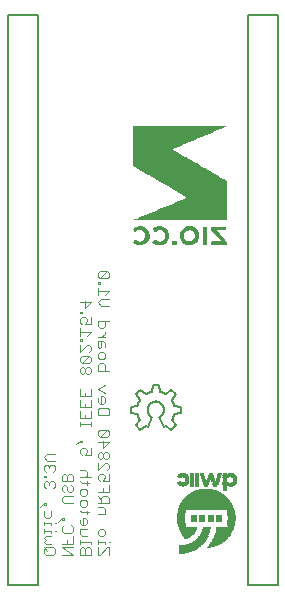
<source format=gbr>
G04 EAGLE Gerber RS-274X export*
G75*
%MOMM*%
%FSLAX34Y34*%
%LPD*%
%INSilkscreen Bottom*%
%IPPOS*%
%AMOC8*
5,1,8,0,0,1.08239X$1,22.5*%
G01*
%ADD10C,0.101600*%
%ADD11R,0.120000X0.020000*%
%ADD12R,0.340000X0.020000*%
%ADD13R,0.320000X0.020000*%
%ADD14R,0.140000X0.020000*%
%ADD15R,0.280000X0.020000*%
%ADD16R,0.360000X0.020000*%
%ADD17R,0.420000X0.020000*%
%ADD18R,0.380000X0.020000*%
%ADD19R,0.480000X0.020000*%
%ADD20R,0.540000X0.020000*%
%ADD21R,0.560000X0.020000*%
%ADD22R,0.400000X0.020000*%
%ADD23R,0.640000X0.020000*%
%ADD24R,0.620000X0.020000*%
%ADD25R,0.700000X0.020000*%
%ADD26R,0.660000X0.020000*%
%ADD27R,0.740000X0.020000*%
%ADD28R,1.080000X0.020000*%
%ADD29R,0.800000X0.020000*%
%ADD30R,1.100000X0.020000*%
%ADD31R,0.440000X0.020000*%
%ADD32R,0.840000X0.020000*%
%ADD33R,1.120000X0.020000*%
%ADD34R,0.460000X0.020000*%
%ADD35R,0.860000X0.020000*%
%ADD36R,0.900000X0.020000*%
%ADD37R,1.140000X0.020000*%
%ADD38R,0.920000X0.020000*%
%ADD39R,1.160000X0.020000*%
%ADD40R,0.960000X0.020000*%
%ADD41R,0.500000X0.020000*%
%ADD42R,0.520000X0.020000*%
%ADD43R,0.940000X0.020000*%
%ADD44R,0.260000X0.020000*%
%ADD45R,0.180000X0.020000*%
%ADD46R,0.580000X0.020000*%
%ADD47R,0.060000X0.020000*%
%ADD48R,0.600000X0.020000*%
%ADD49R,0.300000X0.020000*%
%ADD50R,0.040000X0.020000*%
%ADD51R,0.100000X0.020000*%
%ADD52R,0.160000X0.020000*%
%ADD53R,0.220000X0.020000*%
%ADD54R,0.980000X0.020000*%
%ADD55R,0.880000X0.020000*%
%ADD56R,0.760000X0.020000*%
%ADD57R,1.060000X0.020000*%
%ADD58R,0.720000X0.020000*%
%ADD59R,0.820000X0.020000*%
%ADD60R,1.180000X0.020000*%
%ADD61R,1.340000X0.020000*%
%ADD62R,1.460000X0.020000*%
%ADD63R,1.600000X0.020000*%
%ADD64R,1.700000X0.020000*%
%ADD65R,1.820000X0.020000*%
%ADD66R,1.900000X0.020000*%
%ADD67R,1.980000X0.020000*%
%ADD68R,2.100000X0.020000*%
%ADD69R,2.160000X0.020000*%
%ADD70R,2.260000X0.020000*%
%ADD71R,2.340000X0.020000*%
%ADD72R,2.400000X0.020000*%
%ADD73R,2.480000X0.020000*%
%ADD74R,2.540000X0.020000*%
%ADD75R,2.600000X0.020000*%
%ADD76R,2.680000X0.020000*%
%ADD77R,2.720000X0.020000*%
%ADD78R,2.800000X0.020000*%
%ADD79R,2.840000X0.020000*%
%ADD80R,2.900000X0.020000*%
%ADD81R,2.960000X0.020000*%
%ADD82R,3.000000X0.020000*%
%ADD83R,3.060000X0.020000*%
%ADD84R,3.120000X0.020000*%
%ADD85R,3.160000X0.020000*%
%ADD86R,3.200000X0.020000*%
%ADD87R,3.260000X0.020000*%
%ADD88R,3.300000X0.020000*%
%ADD89R,3.340000X0.020000*%
%ADD90R,3.380000X0.020000*%
%ADD91R,3.420000X0.020000*%
%ADD92R,3.460000X0.020000*%
%ADD93R,3.520000X0.020000*%
%ADD94R,3.540000X0.020000*%
%ADD95R,3.580000X0.020000*%
%ADD96R,3.620000X0.020000*%
%ADD97R,3.660000X0.020000*%
%ADD98R,3.700000X0.020000*%
%ADD99R,3.740000X0.020000*%
%ADD100R,3.780000X0.020000*%
%ADD101R,3.800000X0.020000*%
%ADD102R,3.840000X0.020000*%
%ADD103R,3.860000X0.020000*%
%ADD104R,3.900000X0.020000*%
%ADD105R,3.940000X0.020000*%
%ADD106R,3.960000X0.020000*%
%ADD107R,3.980000X0.020000*%
%ADD108R,4.020000X0.020000*%
%ADD109R,4.060000X0.020000*%
%ADD110R,4.080000X0.020000*%
%ADD111R,4.100000X0.020000*%
%ADD112R,4.120000X0.020000*%
%ADD113R,4.160000X0.020000*%
%ADD114R,4.180000X0.020000*%
%ADD115R,4.200000X0.020000*%
%ADD116R,4.240000X0.020000*%
%ADD117R,4.260000X0.020000*%
%ADD118R,4.280000X0.020000*%
%ADD119R,4.300000X0.020000*%
%ADD120R,4.320000X0.020000*%
%ADD121R,4.340000X0.020000*%
%ADD122R,4.380000X0.020000*%
%ADD123R,4.400000X0.020000*%
%ADD124R,4.440000X0.020000*%
%ADD125R,4.460000X0.020000*%
%ADD126R,4.500000X0.020000*%
%ADD127R,4.520000X0.020000*%
%ADD128R,4.540000X0.020000*%
%ADD129R,4.560000X0.020000*%
%ADD130R,4.580000X0.020000*%
%ADD131R,4.600000X0.020000*%
%ADD132R,4.620000X0.020000*%
%ADD133R,4.640000X0.020000*%
%ADD134R,4.660000X0.020000*%
%ADD135R,4.680000X0.020000*%
%ADD136R,4.700000X0.020000*%
%ADD137R,4.720000X0.020000*%
%ADD138R,4.740000X0.020000*%
%ADD139R,0.680000X0.020000*%
%ADD140R,1.480000X0.020000*%
%ADD141R,1.580000X0.020000*%
%ADD142R,1.560000X0.020000*%
%ADD143R,1.540000X0.020000*%
%ADD144R,1.520000X0.020000*%
%ADD145R,1.500000X0.020000*%
%ADD146R,1.440000X0.020000*%
%ADD147R,1.400000X0.020000*%
%ADD148R,1.420000X0.020000*%
%ADD149R,1.380000X0.020000*%
%ADD150R,1.360000X0.020000*%
%ADD151R,1.320000X0.020000*%
%ADD152R,1.300000X0.020000*%
%ADD153R,1.260000X0.020000*%
%ADD154R,1.220000X0.020000*%
%ADD155R,1.200000X0.020000*%
%ADD156R,1.040000X0.020000*%
%ADD157R,1.020000X0.020000*%
%ADD158R,1.000000X0.020000*%
%ADD159R,1.280000X0.020000*%
%ADD160R,0.780000X0.020000*%
%ADD161R,1.240000X0.020000*%
%ADD162R,0.020000X0.020000*%
%ADD163R,1.840000X0.020000*%
%ADD164R,1.800000X0.020000*%
%ADD165R,1.780000X0.020000*%
%ADD166R,1.760000X0.020000*%
%ADD167R,1.740000X0.020000*%
%ADD168R,1.680000X0.020000*%
%ADD169R,1.660000X0.020000*%
%ADD170R,1.620000X0.020000*%
%ADD171C,0.152400*%
%ADD172C,0.127000*%

G36*
X188911Y352446D02*
X188911Y352446D01*
X188910Y352446D01*
X188911Y352447D01*
X188908Y354837D01*
X188903Y357224D01*
X188900Y359613D01*
X188895Y362003D01*
X188892Y364390D01*
X188887Y366779D01*
X188884Y369166D01*
X188884Y369169D01*
X188879Y371556D01*
X188876Y373946D01*
X188874Y376333D01*
X188868Y378722D01*
X188866Y381109D01*
X188860Y383499D01*
X188858Y385886D01*
X188853Y385892D01*
X188852Y385896D01*
X186550Y387230D01*
X184248Y388563D01*
X181949Y389897D01*
X177346Y392564D01*
X175047Y393897D01*
X170444Y396564D01*
X168145Y397898D01*
X165843Y399231D01*
X163536Y400570D01*
X161230Y401906D01*
X158925Y403242D01*
X156618Y404581D01*
X154311Y405920D01*
X152007Y407256D01*
X149700Y408595D01*
X147396Y409934D01*
X145089Y411275D01*
X142808Y412608D01*
X145202Y413644D01*
X147627Y414673D01*
X150051Y415700D01*
X152478Y416724D01*
X154905Y417745D01*
X157332Y418767D01*
X159759Y419786D01*
X162188Y420807D01*
X164615Y421823D01*
X166922Y422791D01*
X169226Y423760D01*
X171533Y424725D01*
X173838Y425693D01*
X176145Y426659D01*
X178449Y427627D01*
X180756Y428595D01*
X183060Y429563D01*
X185367Y430531D01*
X187671Y431499D01*
X187672Y431499D01*
X188850Y432001D01*
X188853Y432006D01*
X188857Y432010D01*
X188856Y432012D01*
X188857Y432015D01*
X188850Y432018D01*
X188846Y432024D01*
X183544Y432024D01*
X180893Y432026D01*
X157036Y432026D01*
X154385Y432029D01*
X133183Y432029D01*
X130532Y432032D01*
X109326Y432032D01*
X109315Y432021D01*
X109315Y432020D01*
X109314Y432020D01*
X109317Y429627D01*
X109322Y427232D01*
X109325Y424840D01*
X109330Y422445D01*
X109333Y420053D01*
X109336Y417658D01*
X109341Y415263D01*
X109344Y412871D01*
X109349Y410476D01*
X109352Y408083D01*
X109357Y405688D01*
X109360Y403296D01*
X109365Y400901D01*
X109368Y398506D01*
X109373Y398500D01*
X109374Y398496D01*
X111670Y397168D01*
X113964Y395837D01*
X116260Y394509D01*
X118556Y393178D01*
X120850Y391847D01*
X123146Y390519D01*
X125440Y389188D01*
X127736Y387857D01*
X130032Y386529D01*
X132326Y385198D01*
X139231Y381198D01*
X141532Y379861D01*
X146136Y377194D01*
X148435Y375858D01*
X150736Y374525D01*
X153035Y373186D01*
X155314Y371859D01*
X152890Y370804D01*
X150434Y369762D01*
X147980Y368724D01*
X145524Y367687D01*
X143065Y366652D01*
X140606Y365617D01*
X138147Y364585D01*
X135688Y363553D01*
X133383Y362587D01*
X131076Y361619D01*
X128770Y360651D01*
X126463Y359686D01*
X124158Y358718D01*
X121851Y357749D01*
X119544Y356784D01*
X117240Y355816D01*
X114933Y354848D01*
X112629Y353880D01*
X110949Y353173D01*
X109268Y352466D01*
X109266Y352461D01*
X109261Y352457D01*
X109263Y352455D01*
X109262Y352452D01*
X109268Y352449D01*
X109273Y352443D01*
X114580Y352443D01*
X117234Y352440D01*
X151740Y352440D01*
X154393Y352438D01*
X186245Y352438D01*
X188899Y352435D01*
X188911Y352446D01*
G37*
G36*
X157696Y331294D02*
X157696Y331294D01*
X159085Y331363D01*
X159087Y331365D01*
X159088Y331364D01*
X161273Y332113D01*
X161274Y332115D01*
X161276Y332115D01*
X163175Y333424D01*
X163175Y333426D01*
X163177Y333426D01*
X164633Y335216D01*
X164633Y335218D01*
X164635Y335219D01*
X165507Y337353D01*
X165506Y337355D01*
X165508Y337356D01*
X165689Y339375D01*
X165688Y339376D01*
X165689Y339377D01*
X165460Y341388D01*
X165458Y341390D01*
X165459Y341392D01*
X164432Y343688D01*
X164430Y343689D01*
X164430Y343691D01*
X162774Y345585D01*
X162772Y345585D01*
X162771Y345587D01*
X161240Y346526D01*
X161239Y346526D01*
X161239Y346527D01*
X159569Y347196D01*
X159567Y347195D01*
X159566Y347197D01*
X157696Y347368D01*
X157382Y347397D01*
X157380Y347396D01*
X157379Y347397D01*
X155192Y347205D01*
X155191Y347203D01*
X155189Y347204D01*
X153311Y346439D01*
X153311Y346437D01*
X153309Y346438D01*
X151629Y345307D01*
X151628Y345305D01*
X151627Y345305D01*
X150202Y343616D01*
X150202Y343614D01*
X150200Y343613D01*
X149334Y341584D01*
X149334Y341582D01*
X149333Y341580D01*
X149069Y339386D01*
X149070Y339384D01*
X149069Y339383D01*
X149210Y337570D01*
X149212Y337568D01*
X149211Y337566D01*
X149835Y335860D01*
X149837Y335859D01*
X149836Y335857D01*
X151103Y333937D01*
X151105Y333936D01*
X151105Y333934D01*
X152865Y332457D01*
X152868Y332457D01*
X152868Y332455D01*
X154978Y331532D01*
X154980Y331533D01*
X154981Y331531D01*
X157024Y331259D01*
X157025Y331260D01*
X157026Y331259D01*
X157696Y331294D01*
G37*
G36*
X188911Y331542D02*
X188911Y331542D01*
X188910Y331542D01*
X188911Y331543D01*
X188906Y332850D01*
X188900Y334157D01*
X188897Y334161D01*
X188897Y334165D01*
X187471Y335818D01*
X184617Y339125D01*
X183190Y340779D01*
X180353Y344066D01*
X182389Y344079D01*
X184453Y344093D01*
X186515Y344106D01*
X188579Y344122D01*
X188591Y344133D01*
X188590Y344133D01*
X188591Y344134D01*
X188591Y347116D01*
X188580Y347128D01*
X188580Y347127D01*
X188579Y347128D01*
X175777Y347128D01*
X175766Y347117D01*
X175766Y347116D01*
X175765Y347116D01*
X175765Y344606D01*
X175769Y344602D01*
X175768Y344598D01*
X177206Y342929D01*
X178643Y341259D01*
X180078Y339587D01*
X181516Y337917D01*
X182951Y336248D01*
X184371Y334595D01*
X183734Y334587D01*
X183732Y334587D01*
X182775Y334575D01*
X182773Y334575D01*
X182255Y334569D01*
X181816Y334563D01*
X181814Y334563D01*
X180857Y334551D01*
X180855Y334551D01*
X180854Y334551D01*
X180114Y334542D01*
X179898Y334539D01*
X179896Y334539D01*
X178940Y334527D01*
X178938Y334527D01*
X177982Y334516D01*
X177980Y334516D01*
X177980Y334515D01*
X177972Y334515D01*
X177023Y334504D01*
X177021Y334504D01*
X176064Y334492D01*
X176062Y334492D01*
X175831Y334489D01*
X175819Y334478D01*
X175819Y334477D01*
X175789Y333010D01*
X175760Y331543D01*
X175770Y331531D01*
X175771Y331532D01*
X175772Y331531D01*
X188899Y331531D01*
X188911Y331542D01*
G37*
G36*
X133874Y331374D02*
X133874Y331374D01*
X133876Y331376D01*
X133878Y331375D01*
X136198Y332233D01*
X136199Y332236D01*
X136201Y332235D01*
X138143Y333766D01*
X138143Y333768D01*
X138145Y333769D01*
X139516Y335828D01*
X139516Y335830D01*
X139517Y335830D01*
X140080Y337505D01*
X140080Y337506D01*
X140079Y337507D01*
X140081Y337508D01*
X140209Y339277D01*
X140208Y339278D01*
X140209Y339278D01*
X140054Y341207D01*
X140052Y341208D01*
X140053Y341210D01*
X139368Y343015D01*
X139366Y343016D01*
X139367Y343018D01*
X138223Y344781D01*
X138220Y344781D01*
X138220Y344783D01*
X136623Y346146D01*
X136621Y346146D01*
X136620Y346148D01*
X134716Y347039D01*
X134714Y347038D01*
X134714Y347039D01*
X133375Y347365D01*
X133373Y347364D01*
X133372Y347365D01*
X133143Y347368D01*
X133141Y347368D01*
X132261Y347380D01*
X132259Y347380D01*
X131993Y347384D01*
X131993Y347383D01*
X131993Y347384D01*
X131841Y347380D01*
X131840Y347380D01*
X131338Y347368D01*
X131337Y347368D01*
X130835Y347356D01*
X130833Y347356D01*
X130643Y347352D01*
X130642Y347351D01*
X130641Y347351D01*
X129324Y347085D01*
X129323Y347084D01*
X129322Y347084D01*
X127844Y346495D01*
X127843Y346493D01*
X127842Y346494D01*
X126525Y345605D01*
X126524Y345602D01*
X126521Y345602D01*
X126041Y344836D01*
X126043Y344827D01*
X126042Y344822D01*
X127031Y343660D01*
X127032Y343659D01*
X128056Y342523D01*
X128062Y342522D01*
X128063Y342521D01*
X128068Y342521D01*
X128068Y342522D01*
X128072Y342521D01*
X128072Y342522D01*
X128663Y342956D01*
X130389Y343938D01*
X132350Y344199D01*
X133783Y343901D01*
X135009Y343104D01*
X136207Y341385D01*
X136616Y339331D01*
X136207Y337274D01*
X135009Y335558D01*
X133773Y334757D01*
X132326Y334460D01*
X130357Y334691D01*
X128639Y335698D01*
X127947Y336238D01*
X127931Y336237D01*
X126837Y335152D01*
X125747Y334064D01*
X125746Y334060D01*
X125746Y334059D01*
X125746Y334048D01*
X125747Y334048D01*
X125747Y334047D01*
X126251Y333530D01*
X126252Y333530D01*
X126252Y333529D01*
X127465Y332550D01*
X127467Y332550D01*
X127467Y332549D01*
X128832Y331794D01*
X128835Y331795D01*
X128836Y331793D01*
X131327Y331265D01*
X131328Y331266D01*
X131330Y331264D01*
X133874Y331374D01*
G37*
G36*
X116848Y331288D02*
X116848Y331288D01*
X116849Y331290D01*
X116851Y331289D01*
X119195Y332006D01*
X119196Y332008D01*
X119198Y332008D01*
X121279Y333437D01*
X121279Y333440D01*
X121281Y333440D01*
X122786Y335464D01*
X122785Y335467D01*
X122787Y335468D01*
X123590Y337863D01*
X123589Y337865D01*
X123591Y337866D01*
X123647Y340389D01*
X123645Y340391D01*
X123646Y340391D01*
X123645Y340391D01*
X123646Y340393D01*
X122940Y342817D01*
X122937Y342819D01*
X122938Y342821D01*
X121511Y344901D01*
X121509Y344901D01*
X121509Y344903D01*
X119604Y346413D01*
X119602Y346413D01*
X119601Y346415D01*
X117324Y347260D01*
X117321Y347259D01*
X117320Y347261D01*
X114893Y347418D01*
X114892Y347417D01*
X114890Y347418D01*
X112290Y346922D01*
X112288Y346920D01*
X112286Y346921D01*
X109987Y345611D01*
X109986Y345608D01*
X109984Y345608D01*
X109450Y344896D01*
X109451Y344884D01*
X109451Y344881D01*
X110467Y343686D01*
X111515Y342523D01*
X111531Y342521D01*
X112235Y343028D01*
X113619Y343856D01*
X115192Y344199D01*
X117139Y343949D01*
X118753Y342835D01*
X119921Y340634D01*
X119942Y338139D01*
X118822Y335912D01*
X117312Y334797D01*
X115466Y334438D01*
X113659Y334752D01*
X112080Y335700D01*
X111393Y336228D01*
X111377Y336227D01*
X110347Y335195D01*
X110347Y335194D01*
X109317Y334045D01*
X109317Y334029D01*
X109318Y334029D01*
X109318Y334028D01*
X111025Y332462D01*
X111028Y332462D01*
X111028Y332460D01*
X112855Y331628D01*
X112857Y331629D01*
X112858Y331627D01*
X114834Y331249D01*
X114836Y331250D01*
X114837Y331248D01*
X116848Y331288D01*
G37*
%LPC*%
G36*
X158247Y334565D02*
X158247Y334565D01*
X157869Y334577D01*
X157695Y334582D01*
X157459Y334590D01*
X157087Y334602D01*
X157086Y334602D01*
X156714Y334614D01*
X156342Y334625D01*
X156341Y334625D01*
X155970Y334637D01*
X155969Y334637D01*
X155952Y334638D01*
X153787Y336077D01*
X152810Y338078D01*
X152765Y340302D01*
X153659Y342337D01*
X155367Y343760D01*
X157383Y344226D01*
X157693Y344160D01*
X159410Y343790D01*
X161032Y342505D01*
X161996Y340331D01*
X161897Y337955D01*
X160732Y335886D01*
X158537Y334556D01*
X158247Y334565D01*
G37*
%LPD*%
G36*
X172378Y331542D02*
X172378Y331542D01*
X172377Y331542D01*
X172378Y331543D01*
X172378Y347116D01*
X172368Y347128D01*
X172367Y347127D01*
X172366Y347128D01*
X168952Y347128D01*
X168941Y347117D01*
X168941Y347116D01*
X168941Y331543D01*
X168951Y331531D01*
X168952Y331532D01*
X168952Y331531D01*
X172366Y331531D01*
X172378Y331542D01*
G37*
G36*
X146458Y331542D02*
X146458Y331542D01*
X146457Y331542D01*
X146458Y331543D01*
X146458Y335064D01*
X146447Y335075D01*
X146446Y335075D01*
X142819Y335075D01*
X142807Y335065D01*
X142807Y335064D01*
X142807Y331543D01*
X142817Y331531D01*
X142818Y331532D01*
X142819Y331531D01*
X146446Y331531D01*
X146458Y331542D01*
G37*
D10*
X88908Y69342D02*
X88908Y75443D01*
X87383Y75443D01*
X81281Y69342D01*
X79756Y69342D01*
X79756Y75443D01*
X85857Y78697D02*
X85857Y80222D01*
X79756Y80222D01*
X79756Y78697D02*
X79756Y81748D01*
X88908Y80222D02*
X90433Y80222D01*
X79756Y86459D02*
X79756Y89510D01*
X81281Y91035D01*
X84332Y91035D01*
X85857Y89510D01*
X85857Y86459D01*
X84332Y84934D01*
X81281Y84934D01*
X79756Y86459D01*
X79756Y103644D02*
X85857Y103644D01*
X85857Y108220D01*
X84332Y109746D01*
X79756Y109746D01*
X79756Y113000D02*
X88908Y113000D01*
X88908Y117575D01*
X87383Y119101D01*
X84332Y119101D01*
X82807Y117575D01*
X82807Y113000D01*
X82807Y116050D02*
X79756Y119101D01*
X79756Y122355D02*
X88908Y122355D01*
X88908Y128456D01*
X84332Y125405D02*
X84332Y122355D01*
X88908Y131710D02*
X88908Y137811D01*
X88908Y131710D02*
X84332Y131710D01*
X85857Y134761D01*
X85857Y136286D01*
X84332Y137811D01*
X81281Y137811D01*
X79756Y136286D01*
X79756Y133235D01*
X81281Y131710D01*
X79756Y141065D02*
X79756Y147166D01*
X79756Y141065D02*
X85857Y147166D01*
X87383Y147166D01*
X88908Y145641D01*
X88908Y142590D01*
X87383Y141065D01*
X87383Y150420D02*
X88908Y151946D01*
X88908Y154996D01*
X87383Y156521D01*
X85857Y156521D01*
X84332Y154996D01*
X82807Y156521D01*
X81281Y156521D01*
X79756Y154996D01*
X79756Y151946D01*
X81281Y150420D01*
X82807Y150420D01*
X84332Y151946D01*
X85857Y150420D01*
X87383Y150420D01*
X84332Y151946D02*
X84332Y154996D01*
X79756Y164351D02*
X88908Y164351D01*
X84332Y159775D01*
X84332Y165877D01*
X81281Y169131D02*
X87383Y169131D01*
X88908Y170656D01*
X88908Y173707D01*
X87383Y175232D01*
X81281Y175232D01*
X79756Y173707D01*
X79756Y170656D01*
X81281Y169131D01*
X87383Y175232D01*
X88908Y187841D02*
X79756Y187841D01*
X79756Y192417D01*
X81281Y193942D01*
X87383Y193942D01*
X88908Y192417D01*
X88908Y187841D01*
X79756Y198722D02*
X79756Y201772D01*
X79756Y198722D02*
X81281Y197196D01*
X84332Y197196D01*
X85857Y198722D01*
X85857Y201772D01*
X84332Y203297D01*
X82807Y203297D01*
X82807Y197196D01*
X85857Y206551D02*
X79756Y209602D01*
X85857Y212653D01*
X88908Y225262D02*
X79756Y225262D01*
X79756Y229838D01*
X81281Y231363D01*
X84332Y231363D01*
X85857Y229838D01*
X85857Y225262D01*
X79756Y236142D02*
X79756Y239193D01*
X81281Y240718D01*
X84332Y240718D01*
X85857Y239193D01*
X85857Y236142D01*
X84332Y234617D01*
X81281Y234617D01*
X79756Y236142D01*
X85857Y245497D02*
X85857Y248548D01*
X84332Y250073D01*
X79756Y250073D01*
X79756Y245497D01*
X81281Y243972D01*
X82807Y245497D01*
X82807Y250073D01*
X85857Y253327D02*
X79756Y253327D01*
X82807Y253327D02*
X85857Y256378D01*
X85857Y257903D01*
X88908Y267225D02*
X79756Y267225D01*
X79756Y262649D01*
X81281Y261123D01*
X84332Y261123D01*
X85857Y262649D01*
X85857Y267225D01*
X88908Y279834D02*
X82807Y279834D01*
X79756Y282884D01*
X82807Y285935D01*
X88908Y285935D01*
X85857Y289189D02*
X88908Y292239D01*
X79756Y292239D01*
X79756Y289189D02*
X79756Y295290D01*
X79756Y298544D02*
X81281Y298544D01*
X81281Y300069D01*
X79756Y300069D01*
X79756Y298544D01*
X81281Y303222D02*
X87383Y303222D01*
X88908Y304747D01*
X88908Y307798D01*
X87383Y309323D01*
X81281Y309323D01*
X79756Y307798D01*
X79756Y304747D01*
X81281Y303222D01*
X87383Y309323D01*
X73668Y69342D02*
X64516Y69342D01*
X73668Y69342D02*
X73668Y73918D01*
X72143Y75443D01*
X70617Y75443D01*
X69092Y73918D01*
X67567Y75443D01*
X66041Y75443D01*
X64516Y73918D01*
X64516Y69342D01*
X69092Y69342D02*
X69092Y73918D01*
X73668Y78697D02*
X73668Y80222D01*
X64516Y80222D01*
X64516Y78697D02*
X64516Y81748D01*
X66041Y84934D02*
X70617Y84934D01*
X66041Y84934D02*
X64516Y86459D01*
X64516Y91035D01*
X70617Y91035D01*
X64516Y95814D02*
X64516Y98865D01*
X64516Y95814D02*
X66041Y94289D01*
X69092Y94289D01*
X70617Y95814D01*
X70617Y98865D01*
X69092Y100390D01*
X67567Y100390D01*
X67567Y94289D01*
X66041Y105170D02*
X72143Y105170D01*
X66041Y105170D02*
X64516Y106695D01*
X70617Y106695D02*
X70617Y103644D01*
X64516Y111406D02*
X64516Y114457D01*
X66041Y115982D01*
X69092Y115982D01*
X70617Y114457D01*
X70617Y111406D01*
X69092Y109881D01*
X66041Y109881D01*
X64516Y111406D01*
X64516Y120762D02*
X64516Y123812D01*
X66041Y125338D01*
X69092Y125338D01*
X70617Y123812D01*
X70617Y120762D01*
X69092Y119236D01*
X66041Y119236D01*
X64516Y120762D01*
X66041Y130117D02*
X72143Y130117D01*
X66041Y130117D02*
X64516Y131642D01*
X70617Y131642D02*
X70617Y128592D01*
X73668Y134828D02*
X64516Y134828D01*
X69092Y134828D02*
X70617Y136354D01*
X70617Y139404D01*
X69092Y140929D01*
X64516Y140929D01*
X73668Y153539D02*
X73668Y159640D01*
X73668Y153539D02*
X69092Y153539D01*
X70617Y156589D01*
X70617Y158115D01*
X69092Y159640D01*
X66041Y159640D01*
X64516Y158115D01*
X64516Y155064D01*
X66041Y153539D01*
X61465Y162894D02*
X64516Y165944D01*
X66041Y165944D01*
X66041Y164419D01*
X64516Y164419D01*
X64516Y165944D01*
X64516Y178486D02*
X64516Y181536D01*
X64516Y180011D02*
X73668Y180011D01*
X73668Y178486D02*
X73668Y181536D01*
X73668Y184723D02*
X73668Y190824D01*
X73668Y184723D02*
X64516Y184723D01*
X64516Y190824D01*
X69092Y187773D02*
X69092Y184723D01*
X73668Y194078D02*
X73668Y200179D01*
X73668Y194078D02*
X64516Y194078D01*
X64516Y200179D01*
X69092Y197128D02*
X69092Y194078D01*
X73668Y203433D02*
X73668Y209534D01*
X73668Y203433D02*
X64516Y203433D01*
X64516Y209534D01*
X69092Y206484D02*
X69092Y203433D01*
X72143Y222143D02*
X73668Y223669D01*
X73668Y226719D01*
X72143Y228245D01*
X70617Y228245D01*
X69092Y226719D01*
X67567Y228245D01*
X66041Y228245D01*
X64516Y226719D01*
X64516Y223669D01*
X66041Y222143D01*
X67567Y222143D01*
X69092Y223669D01*
X70617Y222143D01*
X72143Y222143D01*
X69092Y223669D02*
X69092Y226719D01*
X66041Y231499D02*
X72143Y231499D01*
X73668Y233024D01*
X73668Y236074D01*
X72143Y237600D01*
X66041Y237600D01*
X64516Y236074D01*
X64516Y233024D01*
X66041Y231499D01*
X72143Y237600D01*
X64516Y240854D02*
X64516Y246955D01*
X64516Y240854D02*
X70617Y246955D01*
X72143Y246955D01*
X73668Y245430D01*
X73668Y242379D01*
X72143Y240854D01*
X66041Y250209D02*
X64516Y250209D01*
X66041Y250209D02*
X66041Y251734D01*
X64516Y251734D01*
X64516Y250209D01*
X70617Y254887D02*
X73668Y257937D01*
X64516Y257937D01*
X64516Y254887D02*
X64516Y260988D01*
X73668Y264242D02*
X73668Y270343D01*
X73668Y264242D02*
X69092Y264242D01*
X70617Y267292D01*
X70617Y268818D01*
X69092Y270343D01*
X66041Y270343D01*
X64516Y268818D01*
X64516Y265767D01*
X66041Y264242D01*
X66041Y273597D02*
X64516Y273597D01*
X66041Y273597D02*
X66041Y275122D01*
X64516Y275122D01*
X64516Y273597D01*
X64516Y282850D02*
X73668Y282850D01*
X69092Y278274D01*
X69092Y284376D01*
X58428Y69342D02*
X49276Y69342D01*
X49276Y75443D02*
X58428Y69342D01*
X58428Y75443D02*
X49276Y75443D01*
X49276Y78697D02*
X58428Y78697D01*
X58428Y84798D01*
X53852Y81748D02*
X53852Y78697D01*
X58428Y92628D02*
X56903Y94154D01*
X58428Y92628D02*
X58428Y89578D01*
X56903Y88052D01*
X50801Y88052D01*
X49276Y89578D01*
X49276Y92628D01*
X50801Y94154D01*
X46225Y97408D02*
X49276Y100458D01*
X50801Y100458D01*
X50801Y98933D01*
X49276Y98933D01*
X49276Y100458D01*
X50801Y113000D02*
X58428Y113000D01*
X50801Y113000D02*
X49276Y114525D01*
X49276Y117575D01*
X50801Y119101D01*
X58428Y119101D01*
X58428Y126931D02*
X56903Y128456D01*
X58428Y126931D02*
X58428Y123880D01*
X56903Y122355D01*
X55377Y122355D01*
X53852Y123880D01*
X53852Y126931D01*
X52327Y128456D01*
X50801Y128456D01*
X49276Y126931D01*
X49276Y123880D01*
X50801Y122355D01*
X49276Y131710D02*
X58428Y131710D01*
X58428Y136286D01*
X56903Y137811D01*
X55377Y137811D01*
X53852Y136286D01*
X52327Y137811D01*
X50801Y137811D01*
X49276Y136286D01*
X49276Y131710D01*
X53852Y131710D02*
X53852Y136286D01*
X41663Y69342D02*
X35561Y69342D01*
X41663Y69342D02*
X43188Y70867D01*
X43188Y73918D01*
X41663Y75443D01*
X35561Y75443D01*
X34036Y73918D01*
X34036Y70867D01*
X35561Y69342D01*
X37087Y72393D02*
X34036Y75443D01*
X35561Y78697D02*
X40137Y78697D01*
X35561Y78697D02*
X34036Y80222D01*
X35561Y81748D01*
X34036Y83273D01*
X35561Y84798D01*
X40137Y84798D01*
X40137Y88052D02*
X40137Y89578D01*
X34036Y89578D01*
X34036Y91103D02*
X34036Y88052D01*
X43188Y89578D02*
X44713Y89578D01*
X40137Y94289D02*
X40137Y95814D01*
X34036Y95814D01*
X34036Y94289D02*
X34036Y97340D01*
X43188Y95814D02*
X44713Y95814D01*
X40137Y102051D02*
X40137Y106627D01*
X40137Y102051D02*
X38612Y100526D01*
X35561Y100526D01*
X34036Y102051D01*
X34036Y106627D01*
X30985Y109881D02*
X34036Y112932D01*
X35561Y112932D01*
X35561Y111406D01*
X34036Y111406D01*
X34036Y112932D01*
X41663Y125473D02*
X43188Y126998D01*
X43188Y130049D01*
X41663Y131574D01*
X40137Y131574D01*
X38612Y130049D01*
X38612Y128524D01*
X38612Y130049D02*
X37087Y131574D01*
X35561Y131574D01*
X34036Y130049D01*
X34036Y126998D01*
X35561Y125473D01*
X35561Y134828D02*
X34036Y134828D01*
X35561Y134828D02*
X35561Y136354D01*
X34036Y136354D01*
X34036Y134828D01*
X41663Y139506D02*
X43188Y141031D01*
X43188Y144082D01*
X41663Y145607D01*
X40137Y145607D01*
X38612Y144082D01*
X38612Y142556D01*
X38612Y144082D02*
X37087Y145607D01*
X35561Y145607D01*
X34036Y144082D01*
X34036Y141031D01*
X35561Y139506D01*
X37087Y148861D02*
X43188Y148861D01*
X37087Y148861D02*
X34036Y151912D01*
X37087Y154962D01*
X43188Y154962D01*
D11*
X192712Y137848D03*
D12*
X187412Y137848D03*
X183212Y137848D03*
D13*
X175312Y137848D03*
X167712Y137848D03*
D12*
X163612Y137848D03*
X159412Y137848D03*
D14*
X151612Y137848D03*
D15*
X192712Y137648D03*
D16*
X187312Y137648D03*
X183112Y137648D03*
X175312Y137648D03*
D12*
X167612Y137648D03*
D16*
X163712Y137648D03*
X159312Y137648D03*
D13*
X151512Y137648D03*
D17*
X192812Y137448D03*
D16*
X187312Y137448D03*
X183112Y137448D03*
D18*
X175412Y137448D03*
D16*
X167712Y137448D03*
X163712Y137448D03*
X159312Y137448D03*
D19*
X151512Y137448D03*
X192712Y137248D03*
D16*
X187312Y137248D03*
X183112Y137248D03*
D18*
X175412Y137248D03*
D12*
X167812Y137248D03*
D16*
X163712Y137248D03*
X159312Y137248D03*
D20*
X151612Y137248D03*
D21*
X192712Y137048D03*
D16*
X187312Y137048D03*
X182912Y137048D03*
D22*
X175312Y137048D03*
D12*
X167812Y137048D03*
D16*
X163712Y137048D03*
X159312Y137048D03*
D23*
X151512Y137048D03*
D24*
X192812Y136848D03*
D16*
X187312Y136848D03*
X182912Y136848D03*
D22*
X175312Y136848D03*
D16*
X167912Y136848D03*
X163712Y136848D03*
X159312Y136848D03*
D25*
X151612Y136848D03*
D26*
X192812Y136648D03*
D18*
X187412Y136648D03*
D12*
X182812Y136648D03*
D17*
X175412Y136648D03*
D12*
X168012Y136648D03*
D16*
X163712Y136648D03*
X159312Y136648D03*
D27*
X151612Y136648D03*
D28*
X190912Y136448D03*
D16*
X182712Y136448D03*
D17*
X175412Y136448D03*
D12*
X168012Y136448D03*
D16*
X163712Y136448D03*
X159312Y136448D03*
D29*
X151512Y136448D03*
D30*
X191012Y136248D03*
D16*
X182712Y136248D03*
D31*
X175312Y136248D03*
D12*
X168012Y136248D03*
D16*
X163712Y136248D03*
X159312Y136248D03*
D32*
X151512Y136248D03*
D33*
X191112Y136048D03*
D12*
X182612Y136048D03*
D34*
X175412Y136048D03*
D12*
X168212Y136048D03*
D16*
X163712Y136048D03*
X159312Y136048D03*
D35*
X151612Y136048D03*
D33*
X191112Y135848D03*
D12*
X182612Y135848D03*
D34*
X175412Y135848D03*
D12*
X168212Y135848D03*
D16*
X163712Y135848D03*
X159312Y135848D03*
D36*
X151612Y135848D03*
D37*
X191212Y135648D03*
D16*
X182512Y135648D03*
D19*
X175312Y135648D03*
D13*
X168312Y135648D03*
D16*
X163712Y135648D03*
X159312Y135648D03*
D38*
X151512Y135648D03*
D39*
X191312Y135448D03*
D12*
X182412Y135448D03*
D19*
X175312Y135448D03*
D12*
X168412Y135448D03*
D16*
X163712Y135448D03*
X159312Y135448D03*
D40*
X151512Y135448D03*
D39*
X191312Y135248D03*
D12*
X182412Y135248D03*
D41*
X175412Y135248D03*
D12*
X168412Y135248D03*
D16*
X163712Y135248D03*
X159312Y135248D03*
D40*
X151712Y135248D03*
D39*
X191312Y135048D03*
D16*
X182312Y135048D03*
D42*
X175312Y135048D03*
D12*
X168412Y135048D03*
D16*
X163712Y135048D03*
X159312Y135048D03*
D43*
X151812Y135048D03*
D19*
X194912Y134848D03*
D20*
X188212Y134848D03*
D12*
X182212Y134848D03*
D42*
X175312Y134848D03*
D13*
X168512Y134848D03*
D16*
X163712Y134848D03*
X159312Y134848D03*
D19*
X154312Y134848D03*
D13*
X149112Y134848D03*
D34*
X195212Y134648D03*
D41*
X188012Y134648D03*
D12*
X182212Y134648D03*
D42*
X175312Y134648D03*
D12*
X168612Y134648D03*
D16*
X163712Y134648D03*
X159312Y134648D03*
D31*
X154512Y134648D03*
D44*
X149012Y134648D03*
D17*
X195412Y134448D03*
D34*
X187812Y134448D03*
D16*
X182112Y134448D03*
D20*
X175412Y134448D03*
D13*
X168712Y134448D03*
D16*
X163712Y134448D03*
X159312Y134448D03*
D17*
X154812Y134448D03*
D45*
X149012Y134448D03*
D22*
X195512Y134248D03*
D31*
X187712Y134248D03*
D12*
X182012Y134248D03*
D20*
X175412Y134248D03*
D13*
X168712Y134248D03*
D16*
X163712Y134248D03*
X159312Y134248D03*
D22*
X154912Y134248D03*
D11*
X149112Y134248D03*
D22*
X195512Y134048D03*
D17*
X187612Y134048D03*
D12*
X182012Y134048D03*
D46*
X175412Y134048D03*
D12*
X168812Y134048D03*
D16*
X163712Y134048D03*
X159312Y134048D03*
D18*
X155012Y134048D03*
D47*
X149212Y134048D03*
D18*
X195612Y133848D03*
D22*
X187512Y133848D03*
D13*
X181912Y133848D03*
D46*
X175412Y133848D03*
D13*
X168912Y133848D03*
D16*
X163712Y133848D03*
X159312Y133848D03*
X155112Y133848D03*
D18*
X195812Y133648D03*
D22*
X187512Y133648D03*
D12*
X181812Y133648D03*
D48*
X175312Y133648D03*
D13*
X168912Y133648D03*
D16*
X163712Y133648D03*
X159312Y133648D03*
D18*
X155212Y133648D03*
X195812Y133448D03*
D22*
X187512Y133448D03*
D12*
X181812Y133448D03*
D48*
X175312Y133448D03*
D13*
X169112Y133448D03*
D16*
X163712Y133448D03*
X159312Y133448D03*
D18*
X155212Y133448D03*
X195812Y133248D03*
X187412Y133248D03*
D13*
X181712Y133248D03*
D15*
X176912Y133248D03*
D49*
X173812Y133248D03*
D13*
X169112Y133248D03*
D16*
X163712Y133248D03*
X159312Y133248D03*
X155312Y133248D03*
X195912Y133048D03*
D18*
X187412Y133048D03*
D12*
X181612Y133048D03*
D15*
X177112Y133048D03*
D49*
X173812Y133048D03*
D13*
X169112Y133048D03*
D16*
X163712Y133048D03*
X159312Y133048D03*
X155312Y133048D03*
X195912Y132848D03*
D18*
X187412Y132848D03*
D12*
X181612Y132848D03*
D15*
X177112Y132848D03*
D49*
X173612Y132848D03*
X169212Y132848D03*
D16*
X163712Y132848D03*
X159312Y132848D03*
X155312Y132848D03*
X195912Y132648D03*
X187312Y132648D03*
D13*
X181512Y132648D03*
D49*
X177212Y132648D03*
X173612Y132648D03*
D13*
X169312Y132648D03*
D16*
X163712Y132648D03*
X159312Y132648D03*
X155312Y132648D03*
X195912Y132448D03*
X187312Y132448D03*
D12*
X181412Y132448D03*
D49*
X177212Y132448D03*
X173612Y132448D03*
D13*
X169312Y132448D03*
D16*
X163712Y132448D03*
X159312Y132448D03*
X155312Y132448D03*
X195912Y132248D03*
X187312Y132248D03*
D13*
X181312Y132248D03*
D15*
X177312Y132248D03*
X173512Y132248D03*
D49*
X169412Y132248D03*
D16*
X163712Y132248D03*
X159312Y132248D03*
X155312Y132248D03*
X195912Y132048D03*
X187312Y132048D03*
D13*
X181312Y132048D03*
D15*
X177312Y132048D03*
D49*
X173412Y132048D03*
D13*
X169512Y132048D03*
D16*
X163712Y132048D03*
X159312Y132048D03*
X155312Y132048D03*
X195912Y131848D03*
X187312Y131848D03*
D13*
X181312Y131848D03*
D15*
X177512Y131848D03*
D49*
X173412Y131848D03*
X169612Y131848D03*
D16*
X163712Y131848D03*
X159312Y131848D03*
X155312Y131848D03*
X195912Y131648D03*
D18*
X187412Y131648D03*
D12*
X181212Y131648D03*
D15*
X177512Y131648D03*
D49*
X173212Y131648D03*
X169612Y131648D03*
D16*
X163712Y131648D03*
X159312Y131648D03*
X155312Y131648D03*
X195912Y131448D03*
D18*
X187412Y131448D03*
D13*
X181112Y131448D03*
D15*
X177512Y131448D03*
D49*
X173212Y131448D03*
X169612Y131448D03*
D16*
X163712Y131448D03*
X159312Y131448D03*
X155312Y131448D03*
D18*
X195812Y131248D03*
X187412Y131248D03*
D13*
X181112Y131248D03*
D15*
X177512Y131248D03*
D49*
X173212Y131248D03*
D13*
X169712Y131248D03*
D16*
X163712Y131248D03*
X159312Y131248D03*
D18*
X155212Y131248D03*
X195812Y131048D03*
D22*
X187512Y131048D03*
D13*
X180912Y131048D03*
D15*
X177712Y131048D03*
D49*
X173212Y131048D03*
X169812Y131048D03*
D16*
X163712Y131048D03*
X159312Y131048D03*
D18*
X155212Y131048D03*
X195812Y130848D03*
D22*
X187512Y130848D03*
D24*
X179412Y130848D03*
X171412Y130848D03*
D16*
X163712Y130848D03*
X159312Y130848D03*
D18*
X155012Y130848D03*
D50*
X149112Y130848D03*
D18*
X195612Y130648D03*
D22*
X187512Y130648D03*
D24*
X179412Y130648D03*
D48*
X171512Y130648D03*
D16*
X163712Y130648D03*
X159312Y130648D03*
D18*
X155012Y130648D03*
D51*
X149012Y130648D03*
D22*
X195512Y130448D03*
D17*
X187612Y130448D03*
D46*
X179412Y130448D03*
X171412Y130448D03*
D16*
X163712Y130448D03*
X159312Y130448D03*
D22*
X154912Y130448D03*
D52*
X148912Y130448D03*
D22*
X195512Y130248D03*
D31*
X187712Y130248D03*
D46*
X179412Y130248D03*
X171412Y130248D03*
D16*
X163712Y130248D03*
X159312Y130248D03*
D17*
X154812Y130248D03*
D53*
X148812Y130248D03*
D17*
X195412Y130048D03*
D34*
X187812Y130048D03*
D46*
X179412Y130048D03*
D21*
X171512Y130048D03*
D16*
X163712Y130048D03*
X159312Y130048D03*
D31*
X154512Y130048D03*
D15*
X148912Y130048D03*
D31*
X195112Y129848D03*
D19*
X187912Y129848D03*
D20*
X179412Y129848D03*
D21*
X171512Y129848D03*
D16*
X163712Y129848D03*
X159312Y129848D03*
D40*
X151912Y129848D03*
D34*
X195012Y129648D03*
D42*
X188112Y129648D03*
D20*
X179412Y129648D03*
X171412Y129648D03*
D16*
X163712Y129648D03*
X159312Y129648D03*
D40*
X151712Y129648D03*
D42*
X194512Y129448D03*
D48*
X188512Y129448D03*
D42*
X179312Y129448D03*
X171512Y129448D03*
D16*
X163712Y129448D03*
X159312Y129448D03*
D54*
X151612Y129448D03*
D39*
X191312Y129248D03*
D41*
X179412Y129248D03*
D42*
X171512Y129248D03*
D16*
X163712Y129248D03*
X159312Y129248D03*
D43*
X151612Y129248D03*
D39*
X191312Y129048D03*
D41*
X179412Y129048D03*
D19*
X171512Y129048D03*
D16*
X163712Y129048D03*
X159312Y129048D03*
D38*
X151512Y129048D03*
D37*
X191212Y128848D03*
D19*
X179312Y128848D03*
X171512Y128848D03*
D16*
X163712Y128848D03*
X159312Y128848D03*
D55*
X151512Y128848D03*
D33*
X191112Y128648D03*
D19*
X179312Y128648D03*
X171512Y128648D03*
D16*
X163712Y128648D03*
X159312Y128648D03*
D32*
X151512Y128648D03*
D30*
X191012Y128448D03*
D34*
X179412Y128448D03*
D31*
X171512Y128448D03*
D16*
X163712Y128448D03*
X159312Y128448D03*
D29*
X151512Y128448D03*
D28*
X190912Y128248D03*
D31*
X179312Y128248D03*
X171512Y128248D03*
D16*
X163712Y128248D03*
X159312Y128248D03*
D56*
X151512Y128248D03*
D57*
X190812Y128048D03*
D17*
X179412Y128048D03*
D31*
X171512Y128048D03*
D16*
X163712Y128048D03*
X159312Y128048D03*
D58*
X151512Y128048D03*
D23*
X192712Y127848D03*
D18*
X187412Y127848D03*
D22*
X179312Y127848D03*
D17*
X171612Y127848D03*
D16*
X163712Y127848D03*
X159312Y127848D03*
D23*
X151512Y127848D03*
D48*
X192712Y127648D03*
D16*
X187312Y127648D03*
D22*
X179312Y127648D03*
X171512Y127648D03*
D16*
X163712Y127648D03*
X159312Y127648D03*
D48*
X151512Y127648D03*
D21*
X192712Y127448D03*
D16*
X187312Y127448D03*
D22*
X179312Y127448D03*
D18*
X171612Y127448D03*
D16*
X163712Y127448D03*
X159312Y127448D03*
D41*
X151612Y127448D03*
D19*
X192712Y127248D03*
D16*
X187312Y127248D03*
X179312Y127248D03*
D18*
X171612Y127248D03*
D16*
X163712Y127248D03*
X159312Y127248D03*
X151512Y127248D03*
D22*
X192712Y127048D03*
D16*
X187312Y127048D03*
X179312Y127048D03*
X171512Y127048D03*
D12*
X163612Y127048D03*
D16*
X159312Y127048D03*
D53*
X151612Y127048D03*
D15*
X192712Y126848D03*
D16*
X187312Y126848D03*
D51*
X192612Y126648D03*
D16*
X187312Y126648D03*
X187312Y126448D03*
X187312Y126248D03*
X187312Y126048D03*
X187312Y125848D03*
X187312Y125648D03*
X187312Y125448D03*
X187312Y125248D03*
X187312Y125048D03*
X187312Y124848D03*
X187312Y124648D03*
X187312Y124448D03*
D17*
X171612Y124448D03*
D16*
X187312Y124248D03*
D59*
X171612Y124248D03*
D16*
X187312Y124048D03*
D54*
X171612Y124048D03*
D16*
X187312Y123848D03*
D60*
X171612Y123848D03*
D16*
X187312Y123648D03*
D61*
X171612Y123648D03*
D16*
X187312Y123448D03*
D62*
X171612Y123448D03*
D16*
X187312Y123248D03*
D63*
X171512Y123248D03*
D12*
X187412Y123048D03*
D64*
X171612Y123048D03*
D65*
X171612Y122848D03*
D66*
X171612Y122648D03*
D67*
X171612Y122448D03*
D68*
X171612Y122248D03*
D69*
X171512Y122048D03*
D70*
X171612Y121848D03*
D71*
X171612Y121648D03*
D72*
X171512Y121448D03*
D73*
X171512Y121248D03*
D74*
X171612Y121048D03*
D75*
X171512Y120848D03*
D76*
X171512Y120648D03*
D77*
X171512Y120448D03*
D78*
X171512Y120248D03*
D79*
X171512Y120048D03*
D80*
X171612Y119848D03*
D81*
X171512Y119648D03*
D82*
X171512Y119448D03*
D83*
X171612Y119248D03*
D84*
X171512Y119048D03*
D85*
X171512Y118848D03*
D86*
X171512Y118648D03*
D87*
X171612Y118448D03*
D88*
X171612Y118248D03*
D89*
X171612Y118048D03*
D90*
X171612Y117848D03*
D91*
X171612Y117648D03*
D92*
X171612Y117448D03*
D93*
X171512Y117248D03*
D94*
X171612Y117048D03*
D95*
X171612Y116848D03*
D96*
X171612Y116648D03*
D97*
X171612Y116448D03*
D98*
X171612Y116248D03*
D99*
X171612Y116048D03*
D100*
X171612Y115848D03*
D101*
X171512Y115648D03*
D102*
X171512Y115448D03*
D103*
X171612Y115248D03*
D104*
X171612Y115048D03*
D105*
X171612Y114848D03*
D106*
X171512Y114648D03*
D107*
X171612Y114448D03*
D108*
X171612Y114248D03*
D109*
X171612Y114048D03*
D110*
X171512Y113848D03*
D111*
X171612Y113648D03*
D112*
X171512Y113448D03*
D113*
X171512Y113248D03*
D114*
X171612Y113048D03*
D115*
X171512Y112848D03*
D116*
X171512Y112648D03*
D117*
X171612Y112448D03*
D118*
X171512Y112248D03*
D119*
X171612Y112048D03*
D120*
X171512Y111848D03*
D121*
X171612Y111648D03*
D122*
X171612Y111448D03*
X171612Y111248D03*
D123*
X171512Y111048D03*
D124*
X171512Y110848D03*
D125*
X171612Y110648D03*
X171612Y110448D03*
D126*
X171612Y110248D03*
D127*
X171512Y110048D03*
X171512Y109848D03*
D128*
X171612Y109648D03*
D129*
X171512Y109448D03*
D130*
X171612Y109248D03*
D131*
X171512Y109048D03*
X171512Y108848D03*
D132*
X171612Y108648D03*
D133*
X171512Y108448D03*
D134*
X171612Y108248D03*
X171612Y108048D03*
D135*
X171512Y107848D03*
D136*
X171612Y107648D03*
D137*
X171512Y107448D03*
X171512Y107248D03*
D138*
X171612Y107048D03*
X171612Y106848D03*
D48*
X192312Y106648D03*
D23*
X150912Y106648D03*
D48*
X192512Y106448D03*
D24*
X150812Y106448D03*
D46*
X192612Y106248D03*
D24*
X150812Y106248D03*
D46*
X192612Y106048D03*
D24*
X150812Y106048D03*
D46*
X192612Y105848D03*
D23*
X150712Y105848D03*
D48*
X192712Y105648D03*
D23*
X150712Y105648D03*
D48*
X192712Y105448D03*
D23*
X150712Y105448D03*
D48*
X192712Y105248D03*
D26*
X150612Y105248D03*
D48*
X192712Y105048D03*
D26*
X150612Y105048D03*
D24*
X192812Y104848D03*
D26*
X150612Y104848D03*
D24*
X192812Y104648D03*
D26*
X150612Y104648D03*
D24*
X192812Y104448D03*
D26*
X150612Y104448D03*
D24*
X192812Y104248D03*
D26*
X150612Y104248D03*
D24*
X192812Y104048D03*
D139*
X150512Y104048D03*
D23*
X192912Y103848D03*
D139*
X150512Y103848D03*
D23*
X192912Y103648D03*
D139*
X150512Y103648D03*
D23*
X192912Y103448D03*
D139*
X150512Y103448D03*
D23*
X192912Y103248D03*
D139*
X150512Y103248D03*
D23*
X192912Y103048D03*
D25*
X150412Y103048D03*
D23*
X192912Y102848D03*
D25*
X150412Y102848D03*
D23*
X192912Y102648D03*
D25*
X150412Y102648D03*
D23*
X192912Y102448D03*
D25*
X150412Y102448D03*
D23*
X192912Y102248D03*
D25*
X150412Y102248D03*
D23*
X192912Y102048D03*
D25*
X150412Y102048D03*
D26*
X193012Y101848D03*
D34*
X182612Y101848D03*
D19*
X175512Y101848D03*
X168312Y101848D03*
D34*
X161212Y101848D03*
D25*
X150412Y101848D03*
D26*
X193012Y101648D03*
D19*
X182712Y101648D03*
X175512Y101648D03*
D41*
X168212Y101648D03*
D19*
X161112Y101648D03*
D25*
X150412Y101648D03*
D26*
X193012Y101448D03*
D19*
X182712Y101448D03*
X175512Y101448D03*
D41*
X168212Y101448D03*
D19*
X161112Y101448D03*
D25*
X150412Y101448D03*
D26*
X193012Y101248D03*
D19*
X182712Y101248D03*
X175512Y101248D03*
D41*
X168212Y101248D03*
D19*
X161112Y101248D03*
D25*
X150412Y101248D03*
D26*
X193012Y101048D03*
D19*
X182712Y101048D03*
X175512Y101048D03*
D41*
X168212Y101048D03*
D19*
X161112Y101048D03*
D25*
X150412Y101048D03*
D26*
X193012Y100848D03*
D19*
X182712Y100848D03*
X175512Y100848D03*
D41*
X168212Y100848D03*
D19*
X161112Y100848D03*
D25*
X150412Y100848D03*
D26*
X193012Y100648D03*
D19*
X182712Y100648D03*
X175512Y100648D03*
D41*
X168212Y100648D03*
D19*
X161112Y100648D03*
D25*
X150412Y100648D03*
D26*
X193012Y100448D03*
D19*
X182712Y100448D03*
X175512Y100448D03*
D41*
X168212Y100448D03*
D19*
X161112Y100448D03*
D58*
X150312Y100448D03*
D26*
X193012Y100248D03*
D19*
X182712Y100248D03*
X175512Y100248D03*
D41*
X168212Y100248D03*
D19*
X161112Y100248D03*
D58*
X150312Y100248D03*
D26*
X193012Y100048D03*
D19*
X182712Y100048D03*
X175512Y100048D03*
D41*
X168212Y100048D03*
D19*
X161112Y100048D03*
D58*
X150312Y100048D03*
D26*
X193012Y99848D03*
D19*
X182712Y99848D03*
X175512Y99848D03*
D41*
X168212Y99848D03*
D19*
X161112Y99848D03*
D58*
X150312Y99848D03*
D26*
X193012Y99648D03*
D19*
X182712Y99648D03*
X175512Y99648D03*
D41*
X168212Y99648D03*
D19*
X161112Y99648D03*
D58*
X150312Y99648D03*
D26*
X193012Y99448D03*
D19*
X182712Y99448D03*
X175512Y99448D03*
D41*
X168212Y99448D03*
D19*
X161112Y99448D03*
D58*
X150312Y99448D03*
D26*
X193012Y99248D03*
D19*
X182712Y99248D03*
X175512Y99248D03*
D41*
X168212Y99248D03*
D19*
X161112Y99248D03*
D58*
X150312Y99248D03*
D26*
X193012Y99048D03*
D19*
X182712Y99048D03*
X175512Y99048D03*
D41*
X168212Y99048D03*
D19*
X161112Y99048D03*
D58*
X150312Y99048D03*
D26*
X193012Y98848D03*
D19*
X182712Y98848D03*
X175512Y98848D03*
D41*
X168212Y98848D03*
D19*
X161112Y98848D03*
D25*
X150412Y98848D03*
D26*
X193012Y98648D03*
D19*
X182712Y98648D03*
X175512Y98648D03*
D41*
X168212Y98648D03*
D19*
X161112Y98648D03*
D25*
X150412Y98648D03*
D26*
X193012Y98448D03*
D19*
X182712Y98448D03*
X175512Y98448D03*
D41*
X168212Y98448D03*
D19*
X161112Y98448D03*
D25*
X150412Y98448D03*
D26*
X193012Y98248D03*
D19*
X182712Y98248D03*
X175512Y98248D03*
D41*
X168212Y98248D03*
D19*
X161112Y98248D03*
D25*
X150412Y98248D03*
D26*
X193012Y98048D03*
D19*
X182712Y98048D03*
X175512Y98048D03*
D41*
X168212Y98048D03*
D19*
X161112Y98048D03*
D25*
X150412Y98048D03*
D26*
X193012Y97848D03*
D19*
X182712Y97848D03*
X175512Y97848D03*
D41*
X168212Y97848D03*
D19*
X161112Y97848D03*
D25*
X150412Y97848D03*
D26*
X193012Y97648D03*
D19*
X182712Y97648D03*
X175512Y97648D03*
D41*
X168212Y97648D03*
D19*
X161112Y97648D03*
D25*
X150412Y97648D03*
D23*
X192912Y97448D03*
D19*
X182712Y97448D03*
X175512Y97448D03*
D41*
X168212Y97448D03*
D19*
X161112Y97448D03*
D25*
X150412Y97448D03*
D23*
X192912Y97248D03*
D34*
X182612Y97248D03*
D19*
X175512Y97248D03*
X168312Y97248D03*
D34*
X161212Y97248D03*
D25*
X150412Y97248D03*
D23*
X192912Y97048D03*
D25*
X150412Y97048D03*
D23*
X192912Y96848D03*
D25*
X150412Y96848D03*
D23*
X192912Y96648D03*
D25*
X150412Y96648D03*
D23*
X192912Y96448D03*
D25*
X150412Y96448D03*
D23*
X192912Y96248D03*
D25*
X150412Y96248D03*
D23*
X192912Y96048D03*
D139*
X150512Y96048D03*
D23*
X192912Y95848D03*
D139*
X150512Y95848D03*
D23*
X192912Y95648D03*
D139*
X150512Y95648D03*
D24*
X192812Y95448D03*
D139*
X150512Y95448D03*
D24*
X192812Y95248D03*
D26*
X150612Y95248D03*
D24*
X192812Y95048D03*
D26*
X150612Y95048D03*
D24*
X192812Y94848D03*
D26*
X150612Y94848D03*
D24*
X192812Y94648D03*
D26*
X150612Y94648D03*
D48*
X192712Y94448D03*
D26*
X150612Y94448D03*
D48*
X192712Y94248D03*
D26*
X150612Y94248D03*
D48*
X192712Y94048D03*
D23*
X150712Y94048D03*
D48*
X192712Y93848D03*
D23*
X150712Y93848D03*
D46*
X192612Y93648D03*
D23*
X150712Y93648D03*
D46*
X192612Y93448D03*
D23*
X150712Y93448D03*
D46*
X192612Y93248D03*
D24*
X150812Y93248D03*
D46*
X192612Y93048D03*
D24*
X150812Y93048D03*
D21*
X192512Y92848D03*
D24*
X150812Y92848D03*
D21*
X192512Y92648D03*
D48*
X150912Y92648D03*
D46*
X192412Y92448D03*
D24*
X151012Y92448D03*
D140*
X187712Y92248D03*
D26*
X172012Y92248D03*
D141*
X155812Y92248D03*
D140*
X187712Y92048D03*
D26*
X172012Y92048D03*
D141*
X155812Y92048D03*
D140*
X187712Y91848D03*
D26*
X172012Y91848D03*
D142*
X155912Y91848D03*
D140*
X187712Y91648D03*
D139*
X171912Y91648D03*
D143*
X155812Y91648D03*
D62*
X187612Y91448D03*
D139*
X171912Y91448D03*
D144*
X155912Y91448D03*
D140*
X187512Y91248D03*
D139*
X171912Y91248D03*
D144*
X155912Y91248D03*
D62*
X187412Y91048D03*
D139*
X171912Y91048D03*
D144*
X155912Y91048D03*
D62*
X187412Y90848D03*
D25*
X171812Y90848D03*
D145*
X155812Y90848D03*
D62*
X187412Y90648D03*
D139*
X171712Y90648D03*
D140*
X155912Y90648D03*
D146*
X187312Y90448D03*
D139*
X171712Y90448D03*
D62*
X155812Y90448D03*
D146*
X187312Y90248D03*
D139*
X171712Y90248D03*
D146*
X155912Y90248D03*
X187112Y90048D03*
D25*
X171612Y90048D03*
D146*
X155912Y90048D03*
X187112Y89848D03*
D25*
X171612Y89848D03*
D147*
X155912Y89848D03*
D148*
X187012Y89648D03*
D139*
X171512Y89648D03*
D147*
X155912Y89648D03*
D148*
X187012Y89448D03*
D25*
X171412Y89448D03*
D149*
X155812Y89448D03*
D148*
X187012Y89248D03*
D25*
X171412Y89248D03*
D150*
X155912Y89248D03*
D147*
X186912Y89048D03*
D25*
X171412Y89048D03*
D151*
X155912Y89048D03*
D148*
X186812Y88848D03*
D25*
X171212Y88848D03*
D151*
X155912Y88848D03*
D147*
X186712Y88648D03*
D25*
X171212Y88648D03*
D152*
X155812Y88648D03*
D147*
X186712Y88448D03*
D25*
X171212Y88448D03*
D153*
X155812Y88448D03*
D149*
X186612Y88248D03*
D58*
X171112Y88248D03*
D153*
X155812Y88248D03*
D147*
X186512Y88048D03*
D25*
X171012Y88048D03*
D154*
X155812Y88048D03*
D149*
X186412Y87848D03*
D58*
X170912Y87848D03*
D155*
X155912Y87848D03*
D150*
X186312Y87648D03*
D58*
X170912Y87648D03*
D60*
X155812Y87648D03*
D150*
X186312Y87448D03*
D58*
X170712Y87448D03*
D37*
X155812Y87448D03*
D150*
X186112Y87248D03*
D58*
X170712Y87248D03*
D37*
X155812Y87248D03*
D150*
X186112Y87048D03*
D27*
X170612Y87048D03*
D30*
X155812Y87048D03*
D61*
X186012Y86848D03*
D58*
X170512Y86848D03*
D28*
X155712Y86848D03*
D151*
X185912Y86648D03*
D27*
X170412Y86648D03*
D156*
X155712Y86648D03*
D61*
X185812Y86448D03*
D27*
X170412Y86448D03*
D157*
X155812Y86448D03*
D151*
X185712Y86248D03*
D27*
X170212Y86248D03*
D158*
X155712Y86248D03*
D61*
X185612Y86048D03*
D27*
X170212Y86048D03*
D40*
X155712Y86048D03*
D151*
X185512Y85848D03*
D27*
X170012Y85848D03*
D38*
X155712Y85848D03*
D152*
X185412Y85648D03*
D56*
X169912Y85648D03*
D36*
X155612Y85648D03*
D152*
X185412Y85448D03*
D56*
X169912Y85448D03*
D35*
X155612Y85448D03*
D152*
X185212Y85248D03*
D56*
X169712Y85248D03*
D59*
X155612Y85248D03*
D159*
X185112Y85048D03*
D56*
X169712Y85048D03*
D29*
X155512Y85048D03*
D159*
X184912Y84848D03*
D56*
X169512Y84848D03*
X155512Y84848D03*
D159*
X184912Y84648D03*
D160*
X169412Y84648D03*
D25*
X155412Y84648D03*
D153*
X184812Y84448D03*
D160*
X169212Y84448D03*
D26*
X155412Y84448D03*
D153*
X184612Y84248D03*
D160*
X169212Y84248D03*
D23*
X155312Y84248D03*
D153*
X184612Y84048D03*
D160*
X169012Y84048D03*
D48*
X155312Y84048D03*
D154*
X184412Y83848D03*
D29*
X168912Y83848D03*
D20*
X155212Y83848D03*
D161*
X184312Y83648D03*
D29*
X168712Y83648D03*
D19*
X155112Y83648D03*
D154*
X184212Y83448D03*
D29*
X168712Y83448D03*
D31*
X155112Y83448D03*
D154*
X184012Y83248D03*
D29*
X168512Y83248D03*
D18*
X155012Y83248D03*
D155*
X183912Y83048D03*
D59*
X168412Y83048D03*
D13*
X154912Y83048D03*
D155*
X183712Y82848D03*
D59*
X168212Y82848D03*
D15*
X154712Y82848D03*
D60*
X183612Y82648D03*
D32*
X168112Y82648D03*
D53*
X154612Y82648D03*
D60*
X183412Y82448D03*
D32*
X167912Y82448D03*
D14*
X154412Y82448D03*
D39*
X183312Y82248D03*
D32*
X167712Y82248D03*
D162*
X154412Y82248D03*
D39*
X183112Y82048D03*
D35*
X167612Y82048D03*
D37*
X183012Y81848D03*
D35*
X167412Y81848D03*
D37*
X182812Y81648D03*
D55*
X167312Y81648D03*
D33*
X182712Y81448D03*
D55*
X167112Y81448D03*
D33*
X182512Y81248D03*
D55*
X166912Y81248D03*
D30*
X182412Y81048D03*
D55*
X166712Y81048D03*
D30*
X182212Y80848D03*
D38*
X166512Y80848D03*
D28*
X182112Y80648D03*
D38*
X166312Y80648D03*
D28*
X181912Y80448D03*
D38*
X166112Y80448D03*
D156*
X181712Y80248D03*
D40*
X165912Y80248D03*
D156*
X181512Y80048D03*
D40*
X165712Y80048D03*
D156*
X181312Y79848D03*
D40*
X165512Y79848D03*
D158*
X181112Y79648D03*
D54*
X165212Y79648D03*
D158*
X180912Y79448D03*
D157*
X165012Y79448D03*
D40*
X180712Y79248D03*
D157*
X164812Y79248D03*
D40*
X180512Y79048D03*
D156*
X164512Y79048D03*
D43*
X180212Y78848D03*
D57*
X164212Y78848D03*
D43*
X180012Y78648D03*
D28*
X163912Y78648D03*
D36*
X179812Y78448D03*
D30*
X163612Y78448D03*
D55*
X179512Y78248D03*
D33*
X163312Y78248D03*
D35*
X179412Y78048D03*
D39*
X162912Y78048D03*
D32*
X179112Y77848D03*
D60*
X162612Y77848D03*
D59*
X178812Y77648D03*
D161*
X162112Y77648D03*
D29*
X178512Y77448D03*
D159*
X161712Y77448D03*
D56*
X178312Y77248D03*
D61*
X161212Y77248D03*
D27*
X178012Y77048D03*
D148*
X160612Y77048D03*
D58*
X177712Y76848D03*
D143*
X159812Y76848D03*
D47*
X150812Y76848D03*
D139*
X177312Y76648D03*
D163*
X158112Y76648D03*
D26*
X177012Y76448D03*
D65*
X158012Y76448D03*
D46*
X176612Y76248D03*
D164*
X157912Y76248D03*
D20*
X176212Y76048D03*
D165*
X157812Y76048D03*
D41*
X175812Y75848D03*
D166*
X157712Y75848D03*
D31*
X175312Y75648D03*
D167*
X157612Y75648D03*
D22*
X174912Y75448D03*
D64*
X157412Y75448D03*
D49*
X174212Y75248D03*
D168*
X157312Y75248D03*
D11*
X173512Y75048D03*
D169*
X157212Y75048D03*
D170*
X157012Y74848D03*
D63*
X156912Y74648D03*
D142*
X156712Y74448D03*
D143*
X156612Y74248D03*
D144*
X156512Y74048D03*
D140*
X156312Y73848D03*
D146*
X156112Y73648D03*
D148*
X156012Y73448D03*
D149*
X155812Y73248D03*
D61*
X155612Y73048D03*
D152*
X155412Y72848D03*
D153*
X155212Y72648D03*
D154*
X155012Y72448D03*
D60*
X154812Y72248D03*
D33*
X154512Y72048D03*
D28*
X154312Y71848D03*
D157*
X154012Y71648D03*
D54*
X153812Y71448D03*
D36*
X153412Y71248D03*
D32*
X153112Y71048D03*
D160*
X152812Y70848D03*
D139*
X152312Y70648D03*
D48*
X151912Y70448D03*
D31*
X151112Y70248D03*
D171*
X135636Y177292D02*
X131826Y185928D01*
X135636Y177292D02*
X137414Y178308D01*
X141986Y175260D01*
X145542Y178816D01*
X142494Y183388D01*
X144526Y188468D02*
X150114Y189484D01*
X150114Y194564D01*
X144272Y195580D01*
X142240Y200406D02*
X145542Y205232D01*
X141986Y208788D01*
X137160Y205486D01*
X132588Y207264D02*
X131318Y213360D01*
X126492Y213360D01*
X125222Y207264D01*
X120650Y205486D02*
X115570Y208788D01*
X112014Y205232D01*
X115570Y200406D01*
X113284Y195580D02*
X107696Y194564D01*
X107696Y189484D01*
X113284Y188468D01*
X115316Y183388D02*
X112014Y178816D01*
X115570Y175260D01*
X120142Y178308D01*
X122174Y177292D01*
X125730Y185928D01*
X125578Y186005D01*
X125429Y186085D01*
X125281Y186169D01*
X125135Y186257D01*
X124992Y186348D01*
X124851Y186443D01*
X124712Y186541D01*
X124575Y186642D01*
X124441Y186747D01*
X124310Y186855D01*
X124182Y186966D01*
X124056Y187080D01*
X123933Y187198D01*
X123813Y187318D01*
X123696Y187441D01*
X123582Y187567D01*
X123471Y187696D01*
X123363Y187828D01*
X123259Y187962D01*
X123158Y188098D01*
X123060Y188237D01*
X122966Y188379D01*
X122875Y188523D01*
X122788Y188668D01*
X122704Y188816D01*
X122624Y188966D01*
X122548Y189118D01*
X122475Y189272D01*
X122407Y189428D01*
X122342Y189585D01*
X122281Y189743D01*
X122224Y189903D01*
X122171Y190065D01*
X122121Y190228D01*
X122076Y190391D01*
X122035Y190556D01*
X121998Y190722D01*
X121965Y190889D01*
X121936Y191056D01*
X121911Y191225D01*
X121891Y191393D01*
X121874Y191562D01*
X121862Y191732D01*
X121853Y191902D01*
X121849Y192072D01*
X121850Y192242D01*
X121854Y192412D01*
X121862Y192581D01*
X121875Y192751D01*
X121892Y192920D01*
X121913Y193089D01*
X121938Y193257D01*
X121967Y193424D01*
X122000Y193591D01*
X122038Y193757D01*
X122079Y193922D01*
X122124Y194085D01*
X122174Y194248D01*
X122227Y194409D01*
X122285Y194569D01*
X122346Y194728D01*
X122411Y194885D01*
X122480Y195040D01*
X122553Y195194D01*
X122629Y195346D01*
X122710Y195495D01*
X122793Y195643D01*
X122881Y195789D01*
X122972Y195933D01*
X123066Y196074D01*
X123164Y196213D01*
X123266Y196349D01*
X123370Y196483D01*
X123478Y196615D01*
X123589Y196743D01*
X123703Y196869D01*
X123821Y196992D01*
X123941Y197112D01*
X124064Y197229D01*
X124190Y197343D01*
X124319Y197454D01*
X124450Y197562D01*
X124584Y197667D01*
X124721Y197768D01*
X124860Y197866D01*
X125001Y197960D01*
X125145Y198051D01*
X125291Y198138D01*
X125439Y198222D01*
X125588Y198302D01*
X125740Y198379D01*
X125894Y198451D01*
X126049Y198520D01*
X126206Y198585D01*
X126365Y198646D01*
X126525Y198704D01*
X126686Y198757D01*
X126849Y198806D01*
X127013Y198851D01*
X127178Y198893D01*
X127344Y198930D01*
X127510Y198963D01*
X127678Y198992D01*
X127846Y199017D01*
X128015Y199038D01*
X128184Y199054D01*
X128353Y199067D01*
X128523Y199075D01*
X128693Y199079D01*
X128863Y199079D01*
X129033Y199075D01*
X129203Y199067D01*
X129372Y199054D01*
X129541Y199038D01*
X129710Y199017D01*
X129878Y198992D01*
X130046Y198963D01*
X130212Y198930D01*
X130378Y198893D01*
X130543Y198851D01*
X130707Y198806D01*
X130870Y198757D01*
X131031Y198704D01*
X131191Y198646D01*
X131350Y198585D01*
X131507Y198520D01*
X131662Y198451D01*
X131816Y198379D01*
X131968Y198302D01*
X132117Y198222D01*
X132265Y198138D01*
X132411Y198051D01*
X132555Y197960D01*
X132696Y197866D01*
X132835Y197768D01*
X132972Y197667D01*
X133106Y197562D01*
X133237Y197454D01*
X133366Y197343D01*
X133492Y197229D01*
X133615Y197112D01*
X133735Y196992D01*
X133853Y196869D01*
X133967Y196743D01*
X134078Y196615D01*
X134186Y196483D01*
X134290Y196349D01*
X134392Y196213D01*
X134490Y196074D01*
X134584Y195933D01*
X134675Y195789D01*
X134763Y195643D01*
X134846Y195495D01*
X134927Y195346D01*
X135003Y195194D01*
X135076Y195040D01*
X135145Y194885D01*
X135210Y194728D01*
X135271Y194569D01*
X135329Y194409D01*
X135382Y194248D01*
X135432Y194085D01*
X135477Y193922D01*
X135518Y193757D01*
X135556Y193591D01*
X135589Y193424D01*
X135618Y193257D01*
X135643Y193089D01*
X135664Y192920D01*
X135681Y192751D01*
X135694Y192581D01*
X135702Y192412D01*
X135706Y192242D01*
X135707Y192072D01*
X135703Y191902D01*
X135694Y191732D01*
X135682Y191562D01*
X135665Y191393D01*
X135645Y191225D01*
X135620Y191056D01*
X135591Y190889D01*
X135558Y190722D01*
X135521Y190556D01*
X135480Y190391D01*
X135435Y190228D01*
X135385Y190065D01*
X135332Y189903D01*
X135275Y189743D01*
X135214Y189585D01*
X135149Y189428D01*
X135081Y189272D01*
X135008Y189118D01*
X134932Y188966D01*
X134852Y188816D01*
X134768Y188668D01*
X134681Y188523D01*
X134590Y188379D01*
X134496Y188237D01*
X134398Y188098D01*
X134297Y187962D01*
X134193Y187828D01*
X134085Y187696D01*
X133974Y187567D01*
X133860Y187441D01*
X133743Y187318D01*
X133623Y187198D01*
X133500Y187080D01*
X133374Y186966D01*
X133246Y186855D01*
X133115Y186747D01*
X132981Y186642D01*
X132844Y186541D01*
X132705Y186443D01*
X132564Y186348D01*
X132421Y186257D01*
X132275Y186169D01*
X132127Y186085D01*
X131978Y186005D01*
X131826Y185928D01*
X142433Y183510D02*
X142625Y183812D01*
X142810Y184117D01*
X142989Y184427D01*
X143160Y184741D01*
X143324Y185059D01*
X143480Y185380D01*
X143629Y185705D01*
X143771Y186033D01*
X143905Y186364D01*
X144031Y186699D01*
X144150Y187036D01*
X144261Y187375D01*
X144364Y187718D01*
X144460Y188062D01*
X144318Y195636D02*
X144223Y195996D01*
X144120Y196354D01*
X144009Y196710D01*
X143889Y197062D01*
X143762Y197412D01*
X143626Y197759D01*
X143482Y198103D01*
X143330Y198443D01*
X143170Y198779D01*
X143002Y199112D01*
X142827Y199441D01*
X142643Y199765D01*
X142453Y200085D01*
X142255Y200401D01*
X137099Y205379D02*
X136776Y205567D01*
X136449Y205746D01*
X136118Y205918D01*
X135783Y206082D01*
X135444Y206239D01*
X135101Y206387D01*
X134755Y206527D01*
X134406Y206659D01*
X134053Y206783D01*
X133698Y206898D01*
X133341Y207005D01*
X132981Y207103D01*
X132618Y207193D01*
X125222Y207300D02*
X124854Y207212D01*
X124488Y207114D01*
X124125Y207009D01*
X123764Y206894D01*
X123407Y206771D01*
X123052Y206639D01*
X122700Y206499D01*
X122352Y206351D01*
X122008Y206194D01*
X121667Y206029D01*
X121330Y205856D01*
X120998Y205675D01*
X120670Y205486D01*
X115443Y200365D02*
X115246Y200074D01*
X115056Y199778D01*
X114873Y199478D01*
X114696Y199173D01*
X114527Y198865D01*
X114365Y198553D01*
X114210Y198237D01*
X114062Y197918D01*
X113922Y197596D01*
X113789Y197270D01*
X113663Y196941D01*
X113546Y196610D01*
X113435Y196276D01*
X113333Y195939D01*
X113238Y195600D01*
X113309Y188488D02*
X113389Y188132D01*
X113477Y187778D01*
X113573Y187427D01*
X113678Y187077D01*
X113790Y186731D01*
X113910Y186387D01*
X114038Y186045D01*
X114174Y185707D01*
X114317Y185372D01*
X114468Y185040D01*
X114627Y184712D01*
X114793Y184388D01*
X114967Y184067D01*
X115148Y183751D01*
X115336Y183439D01*
D172*
X28700Y526300D02*
X3300Y526300D01*
X3300Y43700D01*
X28700Y43700D01*
X28700Y526300D01*
X206500Y526300D02*
X231900Y526300D01*
X206500Y526300D02*
X206500Y43700D01*
X231900Y43700D01*
X231900Y526300D01*
M02*

</source>
